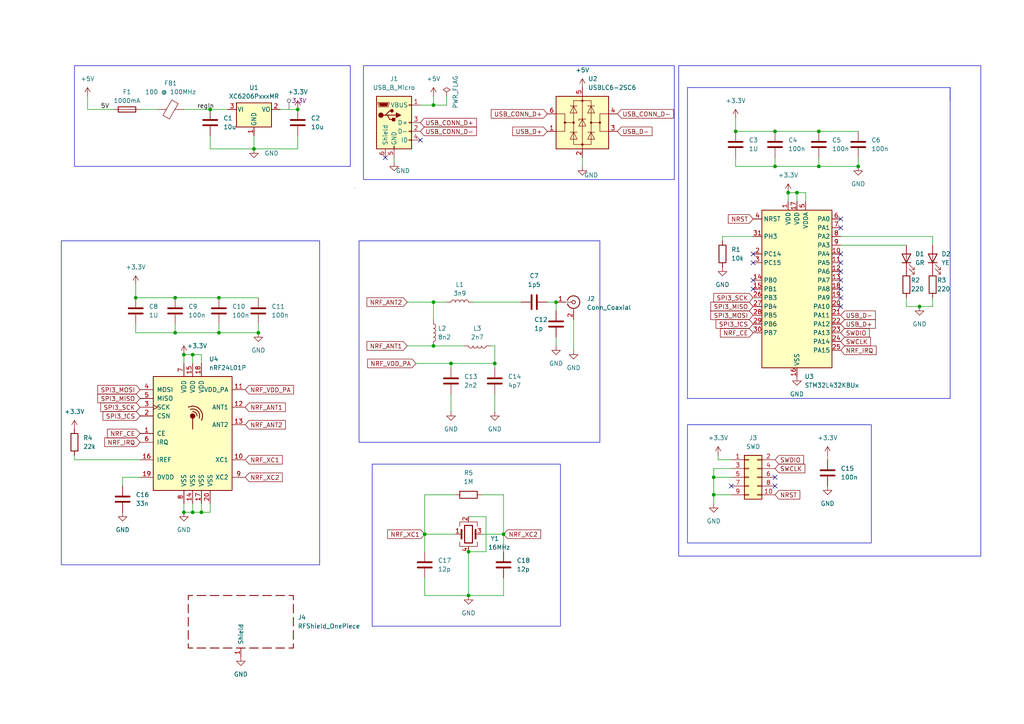
<source format=kicad_sch>
(kicad_sch (version 20230121) (generator eeschema)
  (paper "A4")
  (title_block (title "USB RF Logger") (date "2023-08-11") (rev "2.0") (company "Tam Anderson"))
  (lib_symbols
    (symbol "Connector:Conn_Coaxial" (pin_names (offset 1.016) hide)
      (property "Reference" "J" (at 0.254 3.048 0))
      (property "Value" "Conn_Coaxial" (at 2.921 0 90))
      (symbol "Conn_Coaxial_0_1"
        (arc (start -1.778 -0.508) (mid 0.2311 -1.8066) (end 1.778 0) (stroke (width 0.254)))
        (polyline (pts (xy -2.54 0) (xy -0.508 0)))
        (polyline (pts (xy 0 -2.54) (xy 0 -1.778)))
        (circle (center 0 0) (radius 0.508) (stroke (width 0.2032)))
        (arc (start 1.778 0) (mid 0.2099 1.8101) (end -1.778 0.508) (stroke (width 0.254)))
      )
      (symbol "Conn_Coaxial_1_1"
        (pin passive line (at -5.08 0 0) (length 2.54) (name "In") (number "1"))
        (pin passive line (at 0 -5.08 90) (length 2.54) (name "Ext") (number "2"))
      )
    )
    (symbol "Connector:USB_B_Micro" (pin_names (offset 1.016))
      (property "Reference" "J" (at -5.08 11.43 0))
      (property "Value" "USB_B_Micro" (at -5.08 8.89 0))
      (symbol "USB_B_Micro_0_1"
        (rectangle (start -5.08 -7.62) (end 5.08 7.62) (stroke (width 0.254)) (fill (type background)))
        (circle (center -3.81 2.159) (radius 0.635) (stroke (width 0.254)) (fill (type outline)))
        (circle (center -0.635 3.429) (radius 0.381) (stroke (width 0.254)) (fill (type outline)))
        (rectangle (start -0.127 -7.62) (end 0.127 -6.858))
        (polyline (pts (xy -1.905 2.159) (xy 0.635 2.159)) (stroke (width 0.254)))
        (polyline (pts (xy -3.175 2.159) (xy -2.54 2.159) (xy -1.27 3.429) (xy -0.635 3.429)) (stroke (width 0.254)))
        (polyline (pts (xy -2.54 2.159) (xy -1.905 2.159) (xy -1.27 0.889) (xy 0 0.889)) (stroke (width 0.254)))
        (polyline (pts (xy 0.635 2.794) (xy 0.635 1.524) (xy 1.905 2.159) (xy 0.635 2.794)) (stroke (width 0.254)) (fill (type outline)))
        (polyline (pts (xy -4.318 5.588) (xy -1.778 5.588) (xy -2.032 4.826) (xy -4.064 4.826) (xy -4.318 5.588)) (fill (type outline)))
        (polyline (pts (xy -4.699 5.842) (xy -4.699 5.588) (xy -4.445 4.826) (xy -4.445 4.572) (xy -1.651 4.572) (xy -1.651 4.826) (xy -1.397 5.588) (xy -1.397 5.842) (xy -4.699 5.842)))
        (rectangle (start 0.254 1.27) (end -0.508 0.508) (stroke (width 0.254)) (fill (type outline)))
        (rectangle (start 5.08 -5.207) (end 4.318 -4.953))
        (rectangle (start 5.08 -2.667) (end 4.318 -2.413))
        (rectangle (start 5.08 -0.127) (end 4.318 0.127))
        (rectangle (start 5.08 4.953) (end 4.318 5.207))
      )
      (symbol "USB_B_Micro_1_1"
        (pin power_out line (at 7.62 5.08 180) (length 2.54) (name "VBUS") (number "1"))
        (pin bidirectional line (at 7.62 -2.54 180) (length 2.54) (name "D-") (number "2"))
        (pin bidirectional line (at 7.62 0 180) (length 2.54) (name "D+") (number "3"))
        (pin passive line (at 7.62 -5.08 180) (length 2.54) (name "ID") (number "4"))
        (pin power_out line (at 0 -10.16 90) (length 2.54) (name "GND") (number "5"))
        (pin passive line (at -2.54 -10.16 90) (length 2.54) (name "Shield") (number "6"))
      )
    )
    (symbol "Connector_Generic:Conn_02x05_Odd_Even" (pin_names (offset 1.016) hide)
      (property "Reference" "J" (at 1.27 7.62 0))
      (property "Value" "Conn_02x05_Odd_Even" (at 1.27 -7.62 0))
      (symbol "Conn_02x05_Odd_Even_1_1"
        (rectangle (start -1.27 -4.953) (end 0 -5.207) (stroke (width 0.1524)))
        (rectangle (start -1.27 -2.413) (end 0 -2.667) (stroke (width 0.1524)))
        (rectangle (start -1.27 0.127) (end 0 -0.127) (stroke (width 0.1524)))
        (rectangle (start -1.27 2.667) (end 0 2.413) (stroke (width 0.1524)))
        (rectangle (start -1.27 5.207) (end 0 4.953) (stroke (width 0.1524)))
        (rectangle (start -1.27 6.35) (end 3.81 -6.35) (stroke (width 0.254)) (fill (type background)))
        (rectangle (start 3.81 -4.953) (end 2.54 -5.207) (stroke (width 0.1524)))
        (rectangle (start 3.81 -2.413) (end 2.54 -2.667) (stroke (width 0.1524)))
        (rectangle (start 3.81 0.127) (end 2.54 -0.127) (stroke (width 0.1524)))
        (rectangle (start 3.81 2.667) (end 2.54 2.413) (stroke (width 0.1524)))
        (rectangle (start 3.81 5.207) (end 2.54 4.953) (stroke (width 0.1524)))
        (pin passive line (at -5.08 5.08 0) (length 3.81) (name "Pin_1") (number "1"))
        (pin passive line (at 7.62 -5.08 180) (length 3.81) (name "Pin_10") (number "10"))
        (pin passive line (at 7.62 5.08 180) (length 3.81) (name "Pin_2") (number "2"))
        (pin passive line (at -5.08 2.54 0) (length 3.81) (name "Pin_3") (number "3"))
        (pin passive line (at 7.62 2.54 180) (length 3.81) (name "Pin_4") (number "4"))
        (pin passive line (at -5.08 0 0) (length 3.81) (name "Pin_5") (number "5"))
        (pin passive line (at 7.62 0 180) (length 3.81) (name "Pin_6") (number "6"))
        (pin passive line (at -5.08 -2.54 0) (length 3.81) (name "Pin_7") (number "7"))
        (pin passive line (at 7.62 -2.54 180) (length 3.81) (name "Pin_8") (number "8"))
        (pin passive line (at -5.08 -5.08 0) (length 3.81) (name "Pin_9") (number "9"))
      )
    )
    (symbol "Device:C" (pin_numbers hide) (pin_names (offset 0.254))
      (property "Reference" "C" (at 0.635 2.54 0))
      (property "Value" "C" (at 0.635 -2.54 0))
      (symbol "C_0_1"
        (polyline (pts (xy -2.032 -0.762) (xy 2.032 -0.762)) (stroke (width 0.508)))
        (polyline (pts (xy -2.032 0.762) (xy 2.032 0.762)) (stroke (width 0.508)))
      )
      (symbol "C_1_1"
        (pin passive line (at 0 3.81 270) (length 2.794) (name "~") (number "1"))
        (pin passive line (at 0 -3.81 90) (length 2.794) (name "~") (number "2"))
      )
    )
    (symbol "Device:Crystal_GND24" (pin_names (offset 1.016) hide)
      (property "Reference" "Y" (at 3.175 5.08 0))
      (property "Value" "Crystal_GND24" (at 3.175 3.175 0))
      (symbol "Crystal_GND24_0_1"
        (rectangle (start -1.143 2.54) (end 1.143 -2.54) (stroke (width 0.3048)))
        (polyline (pts (xy -2.54 0) (xy -2.032 0)))
        (polyline (pts (xy -2.032 -1.27) (xy -2.032 1.27)) (stroke (width 0.508)))
        (polyline (pts (xy 0 -3.81) (xy 0 -3.556)))
        (polyline (pts (xy 0 3.556) (xy 0 3.81)))
        (polyline (pts (xy 2.032 -1.27) (xy 2.032 1.27)) (stroke (width 0.508)))
        (polyline (pts (xy 2.032 0) (xy 2.54 0)))
        (polyline (pts (xy -2.54 -2.286) (xy -2.54 -3.556) (xy 2.54 -3.556) (xy 2.54 -2.286)))
        (polyline (pts (xy -2.54 2.286) (xy -2.54 3.556) (xy 2.54 3.556) (xy 2.54 2.286)))
      )
      (symbol "Crystal_GND24_1_1"
        (pin passive line (at -3.81 0 0) (length 1.27) (name "1") (number "1"))
        (pin passive line (at 0 5.08 270) (length 1.27) (name "2") (number "2"))
        (pin passive line (at 3.81 0 180) (length 1.27) (name "3") (number "3"))
        (pin passive line (at 0 -5.08 90) (length 1.27) (name "4") (number "4"))
      )
    )
    (symbol "Device:FerriteBead" (pin_numbers hide) (pin_names (offset 0))
      (property "Reference" "FB" (at -3.81 0.635 90))
      (property "Value" "FerriteBead" (at 3.81 0 90))
      (symbol "FerriteBead_0_1"
        (polyline (pts (xy 0 -1.27) (xy 0 -1.2192)))
        (polyline (pts (xy 0 1.27) (xy 0 1.2954)))
        (polyline (pts (xy -2.7686 0.4064) (xy -1.7018 2.2606) (xy 2.7686 -0.3048) (xy 1.6764 -2.159) (xy -2.7686 0.4064)))
      )
      (symbol "FerriteBead_1_1"
        (pin passive line (at 0 3.81 270) (length 2.54) (name "~") (number "1"))
        (pin passive line (at 0 -3.81 90) (length 2.54) (name "~") (number "2"))
      )
    )
    (symbol "Device:Fuse" (pin_numbers hide) (pin_names (offset 0))
      (property "Reference" "F" (at 2.032 0 90))
      (property "Value" "Fuse" (at -1.905 0 90))
      (symbol "Fuse_0_1"
        (rectangle (start -0.762 -2.54) (end 0.762 2.54) (stroke (width 0.254)))
        (polyline (pts (xy 0 2.54) (xy 0 -2.54)))
      )
      (symbol "Fuse_1_1"
        (pin passive line (at 0 3.81 270) (length 1.27) (name "~") (number "1"))
        (pin passive line (at 0 -3.81 90) (length 1.27) (name "~") (number "2"))
      )
    )
    (symbol "Device:L" (pin_numbers hide) (pin_names (offset 1.016) hide)
      (property "Reference" "L" (at -1.27 0 90))
      (property "Value" "L" (at 1.905 0 90))
      (symbol "L_0_1"
        (arc (start 0 -2.54) (mid 0.6323 -1.905) (end 0 -1.27))
        (arc (start 0 -1.27) (mid 0.6323 -0.635) (end 0 0))
        (arc (start 0 0) (mid 0.6323 0.635) (end 0 1.27))
        (arc (start 0 1.27) (mid 0.6323 1.905) (end 0 2.54))
      )
      (symbol "L_1_1"
        (pin passive line (at 0 3.81 270) (length 1.27) (name "1") (number "1"))
        (pin passive line (at 0 -3.81 90) (length 1.27) (name "2") (number "2"))
      )
    )
    (symbol "Device:LED" (pin_numbers hide) (pin_names (offset 1.016) hide)
      (property "Reference" "D" (at 0 2.54 0))
      (property "Value" "LED" (at 0 -2.54 0))
      (symbol "LED_0_1"
        (polyline (pts (xy -1.27 -1.27) (xy -1.27 1.27)) (stroke (width 0.254)))
        (polyline (pts (xy -1.27 0) (xy 1.27 0)))
        (polyline (pts (xy 1.27 -1.27) (xy 1.27 1.27) (xy -1.27 0) (xy 1.27 -1.27)) (stroke (width 0.254)))
        (polyline (pts (xy -3.048 -0.762) (xy -4.572 -2.286) (xy -3.81 -2.286) (xy -4.572 -2.286) (xy -4.572 -1.524)))
        (polyline (pts (xy -1.778 -0.762) (xy -3.302 -2.286) (xy -2.54 -2.286) (xy -3.302 -2.286) (xy -3.302 -1.524)))
      )
      (symbol "LED_1_1"
        (pin passive line (at -3.81 0 0) (length 2.54) (name "K") (number "1"))
        (pin passive line (at 3.81 0 180) (length 2.54) (name "A") (number "2"))
      )
    )
    (symbol "Device:R" (pin_numbers hide) (pin_names (offset 0))
      (property "Reference" "R" (at 2.032 0 90))
      (property "Value" "R" (at 0 0 90))
      (symbol "R_0_1"
        (rectangle (start -1.016 -2.54) (end 1.016 2.54) (stroke (width 0.254)))
      )
      (symbol "R_1_1"
        (pin passive line (at 0 3.81 270) (length 1.27) (name "~") (number "1"))
        (pin passive line (at 0 -3.81 90) (length 1.27) (name "~") (number "2"))
      )
    )
    (symbol "Device:RFShield_OnePiece" (pin_names (offset 1.016))
      (property "Reference" "J" (at 0 5.08 0))
      (property "Value" "RFShield_OnePiece" (at 0 2.54 0))
      (symbol "RFShield_OnePiece_0_1"
        (polyline (pts (xy -15.24 -5.08) (xy -15.24 -2.54)) (stroke (width 0.254)))
        (polyline (pts (xy -15.24 -1.27) (xy -15.24 1.27)) (stroke (width 0.254)))
        (polyline (pts (xy -15.24 2.54) (xy -15.24 5.08)) (stroke (width 0.254)))
        (polyline (pts (xy -12.7 7.62) (xy -10.16 7.62)) (stroke (width 0.254)))
        (polyline (pts (xy -10.16 -7.62) (xy -12.7 -7.62)) (stroke (width 0.254)))
        (polyline (pts (xy -6.35 -7.62) (xy -8.89 -7.62)) (stroke (width 0.254)))
        (polyline (pts (xy -6.35 7.62) (xy -8.89 7.62)) (stroke (width 0.254)))
        (polyline (pts (xy -2.54 -7.62) (xy -5.08 -7.62)) (stroke (width 0.254)))
        (polyline (pts (xy -2.54 7.62) (xy -5.08 7.62)) (stroke (width 0.254)))
        (polyline (pts (xy -1.27 -7.62) (xy 1.27 -7.62)) (stroke (width 0.254)))
        (polyline (pts (xy 1.27 7.62) (xy -1.27 7.62)) (stroke (width 0.254)))
        (polyline (pts (xy 2.54 -7.62) (xy 5.08 -7.62)) (stroke (width 0.254)))
        (polyline (pts (xy 5.08 7.62) (xy 2.54 7.62)) (stroke (width 0.254)))
        (polyline (pts (xy 6.35 -7.62) (xy 8.89 -7.62)) (stroke (width 0.254)))
        (polyline (pts (xy 8.89 7.62) (xy 6.35 7.62)) (stroke (width 0.254)))
        (polyline (pts (xy 10.16 -7.62) (xy 12.7 -7.62)) (stroke (width 0.254)))
        (polyline (pts (xy 12.7 7.62) (xy 10.16 7.62)) (stroke (width 0.254)))
        (polyline (pts (xy 15.24 -5.08) (xy 15.24 -2.54)) (stroke (width 0.254)))
        (polyline (pts (xy 15.24 -1.27) (xy 15.24 1.27)) (stroke (width 0.254)))
        (polyline (pts (xy 15.24 2.54) (xy 15.24 5.08)) (stroke (width 0.254)))
        (polyline (pts (xy -15.24 6.35) (xy -15.24 7.62) (xy -13.97 7.62)) (stroke (width 0.254)))
        (polyline (pts (xy -13.97 -7.62) (xy -15.24 -7.62) (xy -15.24 -6.35)) (stroke (width 0.254)))
        (polyline (pts (xy 13.97 -7.62) (xy 15.24 -7.62) (xy 15.24 -6.35)) (stroke (width 0.254)))
        (polyline (pts (xy 15.24 6.35) (xy 15.24 7.62) (xy 13.97 7.62)) (stroke (width 0.254)))
      )
      (symbol "RFShield_OnePiece_1_1"
        (pin passive line (at 0 -10.16 90) (length 2.54) (name "Shield") (number "1"))
      )
    )
    (symbol "MCU_ST_STM32L4:STM32L432KBUx"
      (property "Reference" "U" (at -10.16 24.13 0))
      (property "Value" "STM32L432KBUx" (at 5.08 24.13 0))
      (symbol "STM32L432KBUx_0_1"
        (rectangle (start -10.16 -22.86) (end 10.16 22.86) (stroke (width 0.254)) (fill (type background)))
      )
      (symbol "STM32L432KBUx_1_1"
        (pin power_in line (at -2.54 25.4 270) (length 2.54) (name "VDD") (number "1"))
        (pin bidirectional line (at 12.7 10.16 180) (length 2.54) (name "PA4") (number "10"))
        (pin bidirectional line (at 12.7 7.62 180) (length 2.54) (name "PA5") (number "11"))
        (pin bidirectional line (at 12.7 5.08 180) (length 2.54) (name "PA6") (number "12"))
        (pin bidirectional line (at 12.7 2.54 180) (length 2.54) (name "PA7") (number "13"))
        (pin bidirectional line (at -12.7 2.54 0) (length 2.54) (name "PB0") (number "14"))
        (pin bidirectional line (at -12.7 0 0) (length 2.54) (name "PB1") (number "15"))
        (pin power_in line (at 0 -25.4 90) (length 2.54) (name "VSS") (number "16"))
        (pin power_in line (at 0 25.4 270) (length 2.54) (name "VDD") (number "17"))
        (pin bidirectional line (at 12.7 0 180) (length 2.54) (name "PA8") (number "18"))
        (pin bidirectional line (at 12.7 -2.54 180) (length 2.54) (name "PA9") (number "19"))
        (pin bidirectional line (at -12.7 10.16 0) (length 2.54) (name "PC14") (number "2"))
        (pin bidirectional line (at 12.7 -5.08 180) (length 2.54) (name "PA10") (number "20"))
        (pin bidirectional line (at 12.7 -7.62 180) (length 2.54) (name "PA11") (number "21"))
        (pin bidirectional line (at 12.7 -10.16 180) (length 2.54) (name "PA12") (number "22"))
        (pin bidirectional line (at 12.7 -12.7 180) (length 2.54) (name "PA13") (number "23"))
        (pin bidirectional line (at 12.7 -15.24 180) (length 2.54) (name "PA14") (number "24"))
        (pin bidirectional line (at 12.7 -17.78 180) (length 2.54) (name "PA15") (number "25"))
        (pin bidirectional line (at -12.7 -2.54 0) (length 2.54) (name "PB3") (number "26"))
        (pin bidirectional line (at -12.7 -5.08 0) (length 2.54) (name "PB4") (number "27"))
        (pin bidirectional line (at -12.7 -7.62 0) (length 2.54) (name "PB5") (number "28"))
        (pin bidirectional line (at -12.7 -10.16 0) (length 2.54) (name "PB6") (number "29"))
        (pin bidirectional line (at -12.7 7.62 0) (length 2.54) (name "PC15") (number "3"))
        (pin bidirectional line (at -12.7 -12.7 0) (length 2.54) (name "PB7") (number "30"))
        (pin bidirectional line (at -12.7 15.24 0) (length 2.54) (name "PH3") (number "31"))
        (pin passive line (at 0 -25.4 90) (length 2.54) hide (name "VSS") (number "32"))
        (pin passive line (at 0 -25.4 90) (length 2.54) hide (name "VSS") (number "33"))
        (pin input line (at -12.7 20.32 0) (length 2.54) (name "NRST") (number "4"))
        (pin power_in line (at 2.54 25.4 270) (length 2.54) (name "VDDA") (number "5"))
        (pin bidirectional line (at 12.7 20.32 180) (length 2.54) (name "PA0") (number "6"))
        (pin bidirectional line (at 12.7 17.78 180) (length 2.54) (name "PA1") (number "7"))
        (pin bidirectional line (at 12.7 15.24 180) (length 2.54) (name "PA2") (number "8"))
        (pin bidirectional line (at 12.7 12.7 180) (length 2.54) (name "PA3") (number "9"))
      )
    )
    (symbol "Power_Protection:USBLC6-2SC6" (pin_names hide)
      (property "Reference" "U" (at 2.54 8.89 0))
      (property "Value" "USBLC6-2SC6" (at 2.54 -8.89 0))
      (symbol "USBLC6-2SC6_0_1"
        (rectangle (start -7.62 -7.62) (end 7.62 7.62) (stroke (width 0.254)) (fill (type background)))
        (circle (center -5.08 0) (radius 0.254) (fill (type outline)))
        (circle (center -2.54 0) (radius 0.254) (fill (type outline)))
        (rectangle (start -2.54 6.35) (end 2.54 -6.35))
        (circle (center 0 -6.35) (radius 0.254) (fill (type outline)))
        (polyline (pts (xy -5.08 -2.54) (xy -7.62 -2.54)))
        (polyline (pts (xy -5.08 0) (xy -5.08 -2.54)))
        (polyline (pts (xy -5.08 2.54) (xy -7.62 2.54)))
        (polyline (pts (xy -1.524 -2.794) (xy -3.556 -2.794)))
        (polyline (pts (xy -1.524 4.826) (xy -3.556 4.826)))
        (polyline (pts (xy 0 -7.62) (xy 0 -6.35)))
        (polyline (pts (xy 0 -6.35) (xy 0 1.27)))
        (polyline (pts (xy 0 1.27) (xy 0 6.35)))
        (polyline (pts (xy 0 6.35) (xy 0 7.62)))
        (polyline (pts (xy 1.524 -2.794) (xy 3.556 -2.794)))
        (polyline (pts (xy 1.524 4.826) (xy 3.556 4.826)))
        (polyline (pts (xy 5.08 -2.54) (xy 7.62 -2.54)))
        (polyline (pts (xy 5.08 0) (xy 5.08 -2.54)))
        (polyline (pts (xy 5.08 2.54) (xy 7.62 2.54)))
        (polyline (pts (xy -2.54 0) (xy -5.08 0) (xy -5.08 2.54)))
        (polyline (pts (xy 2.54 0) (xy 5.08 0) (xy 5.08 2.54)))
        (polyline (pts (xy -3.556 -4.826) (xy -1.524 -4.826) (xy -2.54 -2.794) (xy -3.556 -4.826)))
        (polyline (pts (xy -3.556 2.794) (xy -1.524 2.794) (xy -2.54 4.826) (xy -3.556 2.794)))
        (polyline (pts (xy -1.016 -1.016) (xy 1.016 -1.016) (xy 0 1.016) (xy -1.016 -1.016)))
        (polyline (pts (xy 1.016 1.016) (xy 0.762 1.016) (xy -1.016 1.016) (xy -1.016 0.508)))
        (polyline (pts (xy 3.556 -4.826) (xy 1.524 -4.826) (xy 2.54 -2.794) (xy 3.556 -4.826)))
        (polyline (pts (xy 3.556 2.794) (xy 1.524 2.794) (xy 2.54 4.826) (xy 3.556 2.794)))
        (circle (center 0 6.35) (radius 0.254) (fill (type outline)))
        (circle (center 2.54 0) (radius 0.254) (fill (type outline)))
        (circle (center 5.08 0) (radius 0.254) (fill (type outline)))
      )
      (symbol "USBLC6-2SC6_1_1"
        (pin passive line (at -10.16 -2.54 0) (length 2.54) (name "I/O1") (number "1"))
        (pin passive line (at 0 -10.16 90) (length 2.54) (name "GND") (number "2"))
        (pin passive line (at 10.16 -2.54 180) (length 2.54) (name "I/O2") (number "3"))
        (pin passive line (at 10.16 2.54 180) (length 2.54) (name "I/O2") (number "4"))
        (pin passive line (at 0 10.16 270) (length 2.54) (name "VBUS") (number "5"))
        (pin passive line (at -10.16 2.54 0) (length 2.54) (name "I/O1") (number "6"))
      )
    )
    (symbol "RF:nRF24L01P" (pin_names (offset 1.016))
      (property "Reference" "U" (at -11.43 17.78 0))
      (property "Value" "nRF24L01P" (at 5.08 17.78 0))
      (symbol "nRF24L01P_0_1"
        (rectangle (start -11.43 16.51) (end 11.43 -16.51) (stroke (width 0.254)) (fill (type background)))
        (polyline (pts (xy 0 4.445) (xy 0 1.27)) (stroke (width 0.254)))
        (circle (center 0 5.08) (radius 0.635) (stroke (width 0.254)) (fill (type outline)))
        (arc (start 1.27 5.08) (mid 0.9071 5.9946) (end 0 6.35) (stroke (width 0.254)))
        (arc (start 1.905 4.445) (mid 1.4313 6.5254) (end -0.635 6.985) (stroke (width 0.254)))
        (arc (start 2.54 3.81) (mid 2.008 7.088) (end -1.27 7.62) (stroke (width 0.254)))
        (rectangle (start 11.43 -13.97) (end 11.43 -13.97))
      )
      (symbol "nRF24L01P_1_1"
        (pin input line (at -15.24 0 0) (length 3.81) (name "CE") (number "1"))
        (pin passive line (at 15.24 -7.62 180) (length 3.81) (name "XC1") (number "10"))
        (pin power_out line (at 15.24 12.7 180) (length 3.81) (name "VDD_PA") (number "11"))
        (pin passive line (at 15.24 7.62 180) (length 3.81) (name "ANT1") (number "12"))
        (pin passive line (at 15.24 2.54 180) (length 3.81) (name "ANT2") (number "13"))
        (pin power_in line (at 0 -20.32 90) (length 3.81) (name "VSS") (number "14"))
        (pin power_in line (at 0 20.32 270) (length 3.81) (name "VDD") (number "15"))
        (pin passive line (at -15.24 -7.62 0) (length 3.81) (name "IREF") (number "16"))
        (pin power_in line (at 2.54 -20.32 90) (length 3.81) (name "VSS") (number "17"))
        (pin power_in line (at 2.54 20.32 270) (length 3.81) (name "VDD") (number "18"))
        (pin power_out line (at -15.24 -12.7 0) (length 3.81) (name "DVDD") (number "19"))
        (pin input line (at -15.24 5.08 0) (length 3.81) (name "CSN") (number "2"))
        (pin power_in line (at 5.08 -20.32 90) (length 3.81) (name "VSS") (number "20"))
        (pin input clock (at -15.24 7.62 0) (length 3.81) (name "SCK") (number "3"))
        (pin input line (at -15.24 12.7 0) (length 3.81) (name "MOSI") (number "4"))
        (pin output line (at -15.24 10.16 0) (length 3.81) (name "MISO") (number "5"))
        (pin output line (at -15.24 -2.54 0) (length 3.81) (name "IRQ") (number "6"))
        (pin power_in line (at -2.54 20.32 270) (length 3.81) (name "VDD") (number "7"))
        (pin power_in line (at -2.54 -20.32 90) (length 3.81) (name "VSS") (number "8"))
        (pin passive line (at 15.24 -12.7 180) (length 3.81) (name "XC2") (number "9"))
      )
    )
    (symbol "Regulator_Linear:XC6206PxxxMR" (pin_names (offset 0.254))
      (property "Reference" "U" (at -3.81 3.175 0))
      (property "Value" "XC6206PxxxMR" (at 0 3.175 0))
      (symbol "XC6206PxxxMR_0_1"
        (rectangle (start -5.08 1.905) (end 5.08 -5.08) (stroke (width 0.254)) (fill (type background)))
      )
      (symbol "XC6206PxxxMR_1_1"
        (pin power_in line (at 0 -7.62 90) (length 2.54) (name "GND") (number "1"))
        (pin power_out line (at 7.62 0 180) (length 2.54) (name "VO") (number "2"))
        (pin power_in line (at -7.62 0 0) (length 2.54) (name "VI") (number "3"))
      )
    )
    (symbol "power:+3.3V" (power) (pin_names (offset 0))
      (property "Value" "+3.3V" (at 0 3.556 0))
      (symbol "+3.3V_0_1"
        (polyline (pts (xy -0.762 1.27) (xy 0 2.54)))
        (polyline (pts (xy 0 0) (xy 0 2.54)))
        (polyline (pts (xy 0 2.54) (xy 0.762 1.27)))
      )
      (symbol "+3.3V_1_1"
        (pin power_in line (at 0 0 90) (length 0) hide (name "+3.3V") (number "1"))
      )
    )
    (symbol "power:+5V" (power) (pin_names (offset 0))
      (property "Value" "+5V" (at 0 3.556 0))
      (symbol "+5V_0_1"
        (polyline (pts (xy -0.762 1.27) (xy 0 2.54)))
        (polyline (pts (xy 0 0) (xy 0 2.54)))
        (polyline (pts (xy 0 2.54) (xy 0.762 1.27)))
      )
      (symbol "+5V_1_1"
        (pin power_in line (at 0 0 90) (length 0) hide (name "+5V") (number "1"))
      )
    )
    (symbol "power:GND" (power) (pin_names (offset 0))
      (property "Value" "GND" (at 0 -3.81 0))
      (symbol "GND_0_1"
        (polyline (pts (xy 0 0) (xy 0 -1.27) (xy 1.27 -1.27) (xy 0 -2.54) (xy -1.27 -1.27) (xy 0 -1.27)))
      )
      (symbol "GND_1_1"
        (pin power_in line (at 0 0 270) (length 0) hide (name "GND") (number "1"))
      )
    )
    (symbol "power:PWR_FLAG" (power) (pin_numbers hide) (pin_names (offset 0) hide)
      (property "Value" "PWR_FLAG" (at 0 3.81 0))
      (symbol "PWR_FLAG_0_0"
        (pin power_out line (at 0 0 90) (length 0) (name "pwr") (number "1"))
      )
      (symbol "PWR_FLAG_0_1"
        (polyline (pts (xy 0 0) (xy 0 1.27) (xy -1.016 1.905) (xy 0 2.54) (xy 1.016 1.905) (xy 0 1.27)))
      )
    )
  )
  (junction (at 125.73 87.63))
  (junction (at 146.05 154.94))
  (junction (at 228.6 55.88))
  (junction (at 74.93 96.52))
  (junction (at 130.81 105.41))
  (junction (at 231.14 55.88))
  (junction (at 125.73 30.48))
  (junction (at 50.8 86.36))
  (junction (at 237.49 38.1))
  (junction (at 86.36 31.75))
  (junction (at 73.66 43.18))
  (junction (at 123.19 154.94))
  (junction (at 53.34 148.59))
  (junction (at 125.73 100.33))
  (junction (at 135.89 172.72))
  (junction (at 266.7 88.9))
  (junction (at 248.92 48.26))
  (junction (at 213.36 38.1))
  (junction (at 55.88 148.59))
  (junction (at 53.34 102.87))
  (junction (at 58.42 148.59))
  (junction (at 63.5 96.52))
  (junction (at 224.79 38.1))
  (junction (at 237.49 48.26))
  (junction (at 63.5 86.36))
  (junction (at 224.79 48.26))
  (junction (at 207.01 138.43))
  (junction (at 207.01 143.51))
  (junction (at 135.89 160.02))
  (junction (at 60.96 31.75))
  (junction (at 161.29 87.63))
  (junction (at 50.8 96.52))
  (junction (at 55.88 102.87))
  (junction (at 143.51 105.41))
  (junction (at 39.37 86.36))
  (no_connect (at 243.84 66.04))
  (no_connect (at 218.44 81.28))
  (no_connect (at 243.84 88.9))
  (no_connect (at 121.92 40.64))
  (no_connect (at 224.79 140.97))
  (no_connect (at 243.84 78.74))
  (no_connect (at 243.84 81.28))
  (no_connect (at 243.84 63.5))
  (no_connect (at 243.84 76.2))
  (no_connect (at 224.79 138.43))
  (no_connect (at 111.76 45.72))
  (no_connect (at 243.84 86.36))
  (no_connect (at 218.44 83.82))
  (no_connect (at 212.09 140.97))
  (no_connect (at 243.84 83.82))
  (no_connect (at 243.84 73.66))
  (no_connect (at 218.44 73.66))
  (no_connect (at 218.44 76.2))
  (wire (pts (xy 40.64 31.75) (xy 45.72 31.75)))
  (wire (pts (xy 39.37 96.52) (xy 39.37 93.98)))
  (wire (pts (xy 39.37 86.36) (xy 50.8 86.36)))
  (wire (pts (xy 161.29 100.33) (xy 161.29 97.79)))
  (wire (pts (xy 146.05 143.51) (xy 146.05 154.94)))
  (wire (pts (xy 53.34 148.59) (xy 55.88 148.59)))
  (polyline (pts (xy 275.59 115.57) (xy 199.39 115.57)))
  (wire (pts (xy 58.42 148.59) (xy 60.96 148.59)))
  (wire (pts (xy 123.19 167.64) (xy 123.19 172.72)))
  (wire (pts (xy 25.4 27.94) (xy 25.4 31.75)))
  (wire (pts (xy 53.34 146.05) (xy 53.34 148.59)))
  (wire (pts (xy 166.37 92.71) (xy 166.37 101.6)))
  (wire (pts (xy 161.29 87.63) (xy 158.75 87.63)))
  (polyline (pts (xy 275.59 25.4) (xy 275.59 115.57)))
  (wire (pts (xy 237.49 38.1) (xy 248.92 38.1)))
  (wire (pts (xy 53.34 102.87) (xy 55.88 102.87)))
  (wire (pts (xy 60.96 148.59) (xy 60.96 146.05)))
  (wire (pts (xy 53.34 31.75) (xy 60.96 31.75)))
  (polyline (pts (xy 101.6 19.05) (xy 101.6 48.26)))
  (wire (pts (xy 240.03 132.08) (xy 240.03 133.35)))
  (wire (pts (xy 125.73 87.63) (xy 125.73 92.71)))
  (wire (pts (xy 123.19 172.72) (xy 135.89 172.72)))
  (wire (pts (xy 231.14 55.88) (xy 233.68 55.88)))
  (wire (pts (xy 228.6 55.88) (xy 231.14 55.88)))
  (wire (pts (xy 63.5 86.36) (xy 74.93 86.36)))
  (polyline (pts (xy 275.59 25.4) (xy 275.59 29.21)))
  (wire (pts (xy 207.01 138.43) (xy 207.01 143.51)))
  (polyline (pts (xy 101.6 48.26) (xy 21.59 48.26)))
  (wire (pts (xy 209.55 68.58) (xy 218.44 68.58)))
  (wire (pts (xy 143.51 114.3) (xy 143.51 119.38)))
  (wire (pts (xy 224.79 38.1) (xy 237.49 38.1)))
  (wire (pts (xy 86.36 31.75) (xy 81.28 31.75)))
  (wire (pts (xy 168.91 45.72) (xy 168.91 48.26)))
  (wire (pts (xy 123.19 154.94) (xy 123.19 160.02)))
  (wire (pts (xy 135.89 160.02) (xy 135.89 172.72)))
  (wire (pts (xy 266.7 88.9) (xy 270.51 88.9)))
  (wire (pts (xy 212.09 135.89) (xy 207.01 135.89)))
  (wire (pts (xy 129.54 87.63) (xy 125.73 87.63)))
  (wire (pts (xy 146.05 172.72) (xy 135.89 172.72)))
  (wire (pts (xy 130.81 105.41) (xy 143.51 105.41)))
  (wire (pts (xy 139.7 154.94) (xy 146.05 154.94)))
  (wire (pts (xy 233.68 55.88) (xy 233.68 58.42)))
  (wire (pts (xy 74.93 96.52) (xy 63.5 96.52)))
  (wire (pts (xy 161.29 90.17) (xy 161.29 87.63)))
  (wire (pts (xy 140.97 149.86) (xy 140.97 160.02)))
  (wire (pts (xy 60.96 31.75) (xy 66.04 31.75)))
  (wire (pts (xy 132.08 154.94) (xy 123.19 154.94)))
  (wire (pts (xy 55.88 102.87) (xy 55.88 105.41)))
  (wire (pts (xy 146.05 167.64) (xy 146.05 172.72)))
  (wire (pts (xy 73.66 43.18) (xy 73.66 39.37)))
  (wire (pts (xy 213.36 48.26) (xy 213.36 45.72)))
  (wire (pts (xy 231.14 55.88) (xy 231.14 58.42)))
  (wire (pts (xy 237.49 45.72) (xy 237.49 48.26)))
  (wire (pts (xy 35.56 138.43) (xy 35.56 140.97)))
  (wire (pts (xy 123.19 143.51) (xy 123.19 154.94)))
  (wire (pts (xy 120.65 105.41) (xy 130.81 105.41)))
  (wire (pts (xy 55.88 146.05) (xy 55.88 148.59)))
  (wire (pts (xy 118.11 100.33) (xy 125.73 100.33)))
  (wire (pts (xy 228.6 55.88) (xy 228.6 58.42)))
  (wire (pts (xy 237.49 48.26) (xy 224.79 48.26)))
  (wire (pts (xy 243.84 68.58) (xy 270.51 68.58)))
  (wire (pts (xy 143.51 100.33) (xy 143.51 105.41)))
  (wire (pts (xy 21.59 132.08) (xy 21.59 133.35)))
  (wire (pts (xy 55.88 102.87) (xy 58.42 102.87)))
  (polyline (pts (xy 200.66 25.4) (xy 275.59 25.4)))
  (wire (pts (xy 213.36 38.1) (xy 224.79 38.1)))
  (wire (pts (xy 86.36 39.37) (xy 86.36 43.18)))
  (wire (pts (xy 25.4 31.75) (xy 33.02 31.75)))
  (wire (pts (xy 50.8 93.98) (xy 50.8 96.52)))
  (wire (pts (xy 262.89 86.36) (xy 262.89 88.9)))
  (wire (pts (xy 60.96 39.37) (xy 60.96 43.18)))
  (wire (pts (xy 146.05 154.94) (xy 146.05 160.02)))
  (wire (pts (xy 39.37 82.55) (xy 39.37 86.36)))
  (wire (pts (xy 53.34 102.87) (xy 53.34 105.41)))
  (wire (pts (xy 55.88 148.59) (xy 58.42 148.59)))
  (wire (pts (xy 129.54 30.48) (xy 125.73 30.48)))
  (wire (pts (xy 243.84 71.12) (xy 262.89 71.12)))
  (polyline (pts (xy 21.59 19.05) (xy 21.59 48.26)))
  (wire (pts (xy 114.3 45.72) (xy 114.3 46.99)))
  (polyline (pts (xy 199.39 115.57) (xy 199.39 25.4)))
  (wire (pts (xy 50.8 86.36) (xy 63.5 86.36)))
  (wire (pts (xy 74.93 93.98) (xy 74.93 96.52)))
  (wire (pts (xy 270.51 88.9) (xy 270.51 86.36)))
  (wire (pts (xy 224.79 48.26) (xy 213.36 48.26)))
  (wire (pts (xy 50.8 96.52) (xy 39.37 96.52)))
  (wire (pts (xy 63.5 93.98) (xy 63.5 96.52)))
  (wire (pts (xy 86.36 43.18) (xy 73.66 43.18)))
  (wire (pts (xy 248.92 48.26) (xy 237.49 48.26)))
  (wire (pts (xy 139.7 143.51) (xy 146.05 143.51)))
  (wire (pts (xy 58.42 146.05) (xy 58.42 148.59)))
  (wire (pts (xy 208.28 132.08) (xy 208.28 133.35)))
  (wire (pts (xy 135.89 149.86) (xy 140.97 149.86)))
  (wire (pts (xy 118.11 87.63) (xy 125.73 87.63)))
  (wire (pts (xy 130.81 114.3) (xy 130.81 119.38)))
  (wire (pts (xy 208.28 133.35) (xy 212.09 133.35)))
  (wire (pts (xy 224.79 45.72) (xy 224.79 48.26)))
  (wire (pts (xy 125.73 30.48) (xy 121.92 30.48)))
  (wire (pts (xy 40.64 138.43) (xy 35.56 138.43)))
  (wire (pts (xy 125.73 100.33) (xy 134.62 100.33)))
  (wire (pts (xy 207.01 138.43) (xy 212.09 138.43)))
  (wire (pts (xy 207.01 143.51) (xy 207.01 146.05)))
  (polyline (pts (xy 199.39 25.4) (xy 200.66 25.4)))
  (polyline (pts (xy 21.59 19.05) (xy 101.6 19.05)))
  (wire (pts (xy 63.5 96.52) (xy 50.8 96.52)))
  (wire (pts (xy 129.54 27.94) (xy 129.54 30.48)))
  (wire (pts (xy 140.97 160.02) (xy 135.89 160.02)))
  (wire (pts (xy 270.51 68.58) (xy 270.51 71.12)))
  (wire (pts (xy 132.08 143.51) (xy 123.19 143.51)))
  (wire (pts (xy 137.16 87.63) (xy 151.13 87.63)))
  (wire (pts (xy 130.81 106.68) (xy 130.81 105.41)))
  (wire (pts (xy 21.59 133.35) (xy 40.64 133.35)))
  (wire (pts (xy 248.92 45.72) (xy 248.92 48.26)))
  (wire (pts (xy 58.42 102.87) (xy 58.42 105.41)))
  (wire (pts (xy 207.01 135.89) (xy 207.01 138.43)))
  (wire (pts (xy 143.51 105.41) (xy 143.51 106.68)))
  (wire (pts (xy 213.36 34.29) (xy 213.36 38.1)))
  (wire (pts (xy 142.24 100.33) (xy 143.51 100.33)))
  (wire (pts (xy 207.01 143.51) (xy 212.09 143.51)))
  (wire (pts (xy 266.7 88.9) (xy 262.89 88.9)))
  (wire (pts (xy 125.73 27.94) (xy 125.73 30.48)))
  (wire (pts (xy 209.55 69.85) (xy 209.55 68.58)))
  (wire (pts (xy 60.96 43.18) (xy 73.66 43.18)))
  (rectangle (start 107.95 134.62) (end 162.56 181.61))
  (rectangle (start 104.14 69.85) (end 173.99 128.27))
  (rectangle (start 102.87 54.61) (end 102.87 54.61))
  (rectangle (start 17.78 69.85) (end 92.71 163.83))
  (rectangle (start 105.41 19.05) (end 195.58 52.07))
  (rectangle (start 199.39 123.19) (end 252.73 157.48))
  (rectangle (start 196.85 19.05) (end 284.48 161.29))
  (label "5V" (at 29.21 31.75 0))
  (label "regIn" (at 57.15 31.75 0))
  (global_label "NRF_XC2" (shape input) (at 71.12 138.43 0) (property "Intersheetrefs" "${INTERSHEET_REFS}" (effects hide)))
  (global_label "NRST" (shape input) (at 218.44 63.5 180) (property "Intersheetrefs" "${INTERSHEET_REFS}" (effects hide)))
  (global_label "USB_D+" (shape input) (at 158.75 38.1 180) (property "Intersheetrefs" "${INTERSHEET_REFS}" (effects hide)))
  (global_label "NRF_XC1" (shape input) (at 123.19 154.94 180) (property "Intersheetrefs" "${INTERSHEET_REFS}" (effects hide)))
  (global_label "NRF_ANT1" (shape input) (at 118.11 100.33 180) (property "Intersheetrefs" "${INTERSHEET_REFS}" (effects hide)))
  (global_label "SWDIO" (shape input) (at 224.79 133.35 0) (property "Intersheetrefs" "${INTERSHEET_REFS}" (effects hide)))
  (global_label "SPI3_MISO" (shape input) (at 218.44 88.9 180) (property "Intersheetrefs" "${INTERSHEET_REFS}" (effects hide)))
  (global_label "SWCLK" (shape input) (at 243.84 99.06 0) (property "Intersheetrefs" "${INTERSHEET_REFS}" (effects hide)))
  (global_label "USB_D-" (shape input) (at 243.84 91.44 0) (property "Intersheetrefs" "${INTERSHEET_REFS}" (effects hide)))
  (global_label "SPI3_MISO" (shape input) (at 40.64 115.57 180) (property "Intersheetrefs" "${INTERSHEET_REFS}" (effects hide)))
  (global_label "USB_D+" (shape input) (at 243.84 93.98 0) (property "Intersheetrefs" "${INTERSHEET_REFS}" (effects hide)))
  (global_label "NRF_VDD_PA" (shape input) (at 71.12 113.03 0) (property "Intersheetrefs" "${INTERSHEET_REFS}" (effects hide)))
  (global_label "NRF_IRQ" (shape input) (at 40.64 128.27 180) (property "Intersheetrefs" "${INTERSHEET_REFS}" (effects hide)))
  (global_label "NRF_CE" (shape input) (at 40.64 125.73 180) (property "Intersheetrefs" "${INTERSHEET_REFS}" (effects hide)))
  (global_label "SWCLK" (shape input) (at 224.79 135.89 0) (property "Intersheetrefs" "${INTERSHEET_REFS}" (effects hide)))
  (global_label "NRF_IRQ" (shape input) (at 243.84 101.6 0) (property "Intersheetrefs" "${INTERSHEET_REFS}" (effects hide)))
  (global_label "USB_CONN_D+" (shape input) (at 158.75 33.02 180) (property "Intersheetrefs" "${INTERSHEET_REFS}" (effects hide)))
  (global_label "NRF_XC2" (shape input) (at 146.05 154.94 0) (property "Intersheetrefs" "${INTERSHEET_REFS}" (effects hide)))
  (global_label "USB_CONN_D+" (shape input) (at 121.92 35.56 0) (property "Intersheetrefs" "${INTERSHEET_REFS}" (effects hide)))
  (global_label "NRF_VDD_PA" (shape input) (at 120.65 105.41 180) (property "Intersheetrefs" "${INTERSHEET_REFS}" (effects hide)))
  (global_label "SPI3_MOSI" (shape input) (at 40.64 113.03 180) (property "Intersheetrefs" "${INTERSHEET_REFS}" (effects hide)))
  (global_label "SPI3_!CS" (shape input) (at 218.44 93.98 180) (property "Intersheetrefs" "${INTERSHEET_REFS}" (effects hide)))
  (global_label "NRF_ANT2" (shape input) (at 71.12 123.19 0) (property "Intersheetrefs" "${INTERSHEET_REFS}" (effects hide)))
  (global_label "SWDIO" (shape input) (at 243.84 96.52 0) (property "Intersheetrefs" "${INTERSHEET_REFS}" (effects hide)))
  (global_label "NRF_CE" (shape input) (at 218.44 96.52 180) (property "Intersheetrefs" "${INTERSHEET_REFS}" (effects hide)))
  (global_label "SPI3_SCK" (shape input) (at 40.64 118.11 180) (property "Intersheetrefs" "${INTERSHEET_REFS}" (effects hide)))
  (global_label "USB_CONN_D-" (shape input) (at 121.92 38.1 0) (property "Intersheetrefs" "${INTERSHEET_REFS}" (effects hide)))
  (global_label "SPI3_!CS" (shape input) (at 40.64 120.65 180) (property "Intersheetrefs" "${INTERSHEET_REFS}" (effects hide)))
  (global_label "NRF_ANT2" (shape input) (at 118.11 87.63 180) (property "Intersheetrefs" "${INTERSHEET_REFS}" (effects hide)))
  (global_label "NRF_XC1" (shape input) (at 71.12 133.35 0) (property "Intersheetrefs" "${INTERSHEET_REFS}" (effects hide)))
  (global_label "SPI3_SCK" (shape input) (at 218.44 86.36 180) (property "Intersheetrefs" "${INTERSHEET_REFS}" (effects hide)))
  (global_label "USB_D-" (shape input) (at 179.07 38.1 0) (property "Intersheetrefs" "${INTERSHEET_REFS}" (effects hide)))
  (global_label "SPI3_MOSI" (shape input) (at 218.44 91.44 180) (property "Intersheetrefs" "${INTERSHEET_REFS}" (effects hide)))
  (global_label "NRF_ANT1" (shape input) (at 71.12 118.11 0) (property "Intersheetrefs" "${INTERSHEET_REFS}" (effects hide)))
  (global_label "NRST" (shape input) (at 224.79 143.51 0) (property "Intersheetrefs" "${INTERSHEET_REFS}" (effects hide)))
  (global_label "USB_CONN_D-" (shape input) (at 179.07 33.02 0) (property "Intersheetrefs" "${INTERSHEET_REFS}" (effects hide)))
  (netclass_flag "" (length 2.54) (shape round) (at 83.82 31.75 0) (property "Netclass" "3.3V" (at 84.5185 29.21 0) (effects (font italic) (justify left))))
  (symbol (lib_id "power:GND") (at 266.7 88.9 0) (unit 1)
    (property "Reference" "#PWR013" (effects hide))
    (property "Value" "GND" (at 266.7 93.98 0))
  )
  (symbol (lib_id "RF:nRF24L01P") (at 55.88 125.73 0) (unit 1)
    (property "Reference" "U4" (at 60.6141 104.14 0) (effects (justify left)))
    (property "Value" "nRF24L01P" (at 60.6141 106.68 0) (effects (justify left)))
    (property "Footprint" "Package_DFN_QFN:QFN-20-1EP_4x4mm_P0.5mm_EP2.5x2.5mm" (effects hide))
    (property "Datasheet" "http://www.nordicsemi.com/eng/content/download/2726/34069/file/nRF24L01P_Product_Specification_1_0.pdf" (effects hide))
  )
  (symbol (lib_id "Device:R") (at 21.59 128.27 0) (unit 1)
    (property "Reference" "R4" (at 24.13 127 0) (effects (justify left)))
    (property "Value" "22k" (at 24.13 129.54 0) (effects (justify left)))
    (property "Footprint" "Resistor_SMD:R_0603_1608Metric" (effects hide))
  )
  (symbol (lib_id "Device:LED") (at 270.51 74.93 90) (unit 1)
    (property "Reference" "D2" (at 273.05 73.66 90) (effects (justify right)))
    (property "Value" "YE" (at 273.05 76.2 90) (effects (justify right)))
    (property "Footprint" "LED_SMD:LED_0402_1005Metric" (effects hide))
  )
  (symbol (lib_id "Device:C") (at 86.36 35.56 0) (unit 1)
    (property "Reference" "C2" (at 90.17 34.29 0) (effects (justify left)))
    (property "Value" "10u" (at 90.17 36.83 0) (effects (justify left)))
    (property "Footprint" "Capacitor_SMD:C_0603_1608Metric_Pad1.08x0.95mm_HandSolder" (effects hide))
  )
  (symbol (lib_id "power:+3.3V") (at 39.37 82.55 0) (unit 1)
    (property "Reference" "#PWR012" (effects hide))
    (property "Value" "+3.3V" (at 39.37 77.47 0))
  )
  (symbol (lib_id "Device:C") (at 63.5 90.17 0) (unit 1)
    (property "Reference" "C10" (at 67.31 88.9 0) (effects (justify left)))
    (property "Value" "100n" (at 67.31 91.44 0) (effects (justify left)))
    (property "Footprint" "Capacitor_SMD:C_0402_1005Metric" (effects hide))
  )
  (symbol (lib_id "power:GND") (at 53.34 148.59 0) (unit 1)
    (property "Reference" "#PWR027" (effects hide))
    (property "Value" "GND" (at 53.34 153.67 0))
  )
  (symbol (lib_id "Device:Crystal_GND24") (at 135.89 154.94 0) (unit 1)
    (property "Reference" "Y1" (at 143.51 156.21 0))
    (property "Value" "16MHz" (at 144.78 158.75 0))
    (property "Footprint" "Crystal:Crystal_SMD_3225-4Pin_3.2x2.5mm" (effects hide))
  )
  (symbol (lib_id "power:+3.3V") (at 21.59 124.46 0) (unit 1)
    (property "Reference" "#PWR021" (effects hide))
    (property "Value" "+3.3V" (at 21.59 119.38 0))
  )
  (symbol (lib_id "Device:C") (at 240.03 137.16 0) (unit 1)
    (property "Reference" "C15" (at 243.84 135.89 0) (effects (justify left)))
    (property "Value" "100n" (at 243.84 138.43 0) (effects (justify left)))
    (property "Footprint" "Capacitor_SMD:C_0402_1005Metric" (effects hide))
  )
  (symbol (lib_id "power:+3.3V") (at 208.28 132.08 0) (unit 1)
    (property "Reference" "#PWR022" (effects hide))
    (property "Value" "+3.3V" (at 208.28 127 0))
  )
  (symbol (lib_id "power:+3.3V") (at 86.36 31.75 0) (unit 1)
    (property "Reference" "#PWR04" (effects hide))
    (property "Value" "+3.3V" (at 86.36 26.67 0))
  )
  (symbol (lib_id "Device:L") (at 133.35 87.63 90) (unit 1)
    (property "Reference" "L1" (at 133.35 82.55 90))
    (property "Value" "3n9" (at 133.35 85.09 90))
    (property "Footprint" "Inductor_SMD:L_0402_1005Metric" (effects hide))
  )
  (symbol (lib_id "Connector_Generic:Conn_02x05_Odd_Even") (at 217.17 138.43 0) (unit 1)
    (property "Reference" "J3" (at 218.44 127 0))
    (property "Value" "SWD" (at 218.44 129.54 0))
    (property "Footprint" "Connector_PinHeader_2.54mm:PinHeader_2x05_P2.54mm_Vertical" (effects hide))
  )
  (symbol (lib_id "Device:L") (at 138.43 100.33 270) (unit 1)
    (property "Reference" "L3" (at 138.43 95.25 90))
    (property "Value" "2n7" (at 138.43 97.79 90))
    (property "Footprint" "Inductor_SMD:L_0402_1005Metric" (effects hide))
  )
  (symbol (lib_id "Device:C") (at 213.36 41.91 0) (unit 1)
    (property "Reference" "C3" (at 217.17 40.64 0) (effects (justify left)))
    (property "Value" "1U" (at 217.17 43.18 0) (effects (justify left)))
    (property "Footprint" "Capacitor_SMD:C_0402_1005Metric" (effects hide))
  )
  (symbol (lib_id "Device:C") (at 60.96 35.56 0) (unit 1)
    (property "Reference" "C1" (at 64.77 34.29 0) (effects (justify left)))
    (property "Value" "10u" (at 64.77 36.83 0) (effects (justify left)))
    (property "Footprint" "Capacitor_SMD:C_0603_1608Metric_Pad1.08x0.95mm_HandSolder" (effects hide))
  )
  (symbol (lib_id "Device:C") (at 143.51 110.49 180) (unit 1)
    (property "Reference" "C14" (at 147.32 109.22 0) (effects (justify right)))
    (property "Value" "4p7" (at 147.32 111.76 0) (effects (justify right)))
    (property "Footprint" "Capacitor_SMD:C_0402_1005Metric" (effects hide))
  )
  (symbol (lib_id "power:+5V") (at 125.73 27.94 0) (unit 1)
    (property "Reference" "#PWR03" (effects hide))
    (property "Value" "+5V" (at 125.73 22.86 0))
  )
  (symbol (lib_id "Device:C") (at 248.92 41.91 0) (unit 1)
    (property "Reference" "C6" (at 252.73 40.64 0) (effects (justify left)))
    (property "Value" "100n" (at 252.73 43.18 0) (effects (justify left)))
    (property "Footprint" "Capacitor_SMD:C_0402_1005Metric" (effects hide))
  )
  (symbol (lib_id "power:+3.3V") (at 213.36 34.29 0) (unit 1)
    (property "Reference" "#PWR05" (effects hide))
    (property "Value" "+3.3V" (at 213.36 29.21 0))
  )
  (symbol (lib_id "Device:C") (at 146.05 163.83 0) (unit 1)
    (property "Reference" "C18" (at 149.86 162.56 0) (effects (justify left)))
    (property "Value" "12p" (at 149.86 165.1 0) (effects (justify left)))
    (property "Footprint" "Capacitor_SMD:C_0402_1005Metric" (effects hide))
  )
  (symbol (lib_id "Device:Fuse") (at 36.83 31.75 90) (unit 1)
    (property "Reference" "F1" (at 36.83 26.67 90))
    (property "Value" "1000mA" (at 36.83 29.21 90))
    (property "Footprint" "Fuse:Fuse_0603_1608Metric_Pad1.05x0.95mm_HandSolder" (effects hide))
  )
  (symbol (lib_id "Device:C") (at 154.94 87.63 90) (unit 1)
    (property "Reference" "C7" (at 154.94 80.01 90))
    (property "Value" "1p5" (at 154.94 82.55 90))
    (property "Footprint" "Capacitor_SMD:C_0402_1005Metric" (effects hide))
  )
  (symbol (lib_id "Power_Protection:USBLC6-2SC6") (at 168.91 35.56 0) (unit 1)
    (property "Reference" "U2" (at 170.5611 22.86 0) (effects (justify left)))
    (property "Value" "USBLC6-2SC6" (at 170.5611 25.4 0) (effects (justify left)))
    (property "Footprint" "Package_TO_SOT_SMD:SOT-23-6" (effects hide))
    (property "Datasheet" "https://www.st.com/resource/en/datasheet/usblc6-2.pdf" (effects hide))
  )
  (symbol (lib_id "Device:C") (at 35.56 144.78 0) (unit 1)
    (property "Reference" "C16" (at 39.37 143.51 0) (effects (justify left)))
    (property "Value" "33n" (at 39.37 146.05 0) (effects (justify left)))
    (property "Footprint" "Capacitor_SMD:C_0402_1005Metric" (effects hide))
  )
  (symbol (lib_id "Device:C") (at 39.37 90.17 0) (unit 1)
    (property "Reference" "C8" (at 43.18 88.9 0) (effects (justify left)))
    (property "Value" "1U" (at 43.18 91.44 0) (effects (justify left)))
    (property "Footprint" "Capacitor_SMD:C_0402_1005Metric" (effects hide))
  )
  (symbol (lib_id "power:GND") (at 166.37 101.6 0) (unit 1)
    (property "Reference" "#PWR016" (effects hide))
    (property "Value" "GND" (at 166.37 106.68 0))
  )
  (symbol (lib_id "Device:R") (at 270.51 82.55 0) (unit 1)
    (property "Reference" "R3" (at 271.78 81.28 0) (effects (justify left)))
    (property "Value" "220" (at 271.78 83.82 0) (effects (justify left)))
    (property "Footprint" "Resistor_SMD:R_0603_1608Metric" (effects hide))
  )
  (symbol (lib_id "Device:RFShield_OnePiece") (at 69.85 180.34 0) (unit 1)
    (property "Reference" "J4" (at 86.36 179.07 0) (effects (justify left)))
    (property "Value" "RFShield_OnePiece" (at 86.36 181.61 0) (effects (justify left)))
    (property "Footprint" "RF_Shielding:Laird_Technologies_BMI-S-102_16.50x16.50mm" (effects hide))
  )
  (symbol (lib_id "Device:C") (at 237.49 41.91 0) (unit 1)
    (property "Reference" "C5" (at 241.3 40.64 0) (effects (justify left)))
    (property "Value" "100n" (at 241.3 43.18 0) (effects (justify left)))
    (property "Footprint" "Capacitor_SMD:C_0402_1005Metric" (effects hide))
  )
  (symbol (lib_id "Device:R") (at 262.89 82.55 0) (unit 1)
    (property "Reference" "R2" (at 264.16 81.28 0) (effects (justify left)))
    (property "Value" "220" (at 264.16 83.82 0) (effects (justify left)))
    (property "Footprint" "Resistor_SMD:R_0603_1608Metric" (effects hide))
  )
  (symbol (lib_id "power:GND") (at 130.81 119.38 0) (unit 1)
    (property "Reference" "#PWR019" (effects hide))
    (property "Value" "GND" (at 130.81 124.46 0))
  )
  (symbol (lib_id "power:GND") (at 143.51 119.38 0) (unit 1)
    (property "Reference" "#PWR020" (effects hide))
    (property "Value" "GND" (at 143.51 124.46 0))
  )
  (symbol (lib_id "power:GND") (at 35.56 148.59 0) (unit 1)
    (property "Reference" "#PWR026" (effects hide))
    (property "Value" "GND" (at 35.56 153.67 0))
  )
  (symbol (lib_id "Device:C") (at 161.29 93.98 0) (unit 1)
    (property "Reference" "C12" (at 154.94 92.71 0) (effects (justify left)))
    (property "Value" "1p" (at 154.94 95.25 0) (effects (justify left)))
    (property "Footprint" "Capacitor_SMD:C_0402_1005Metric" (effects hide))
  )
  (symbol (lib_id "Device:R") (at 209.55 73.66 0) (unit 1)
    (property "Reference" "R1" (at 212.09 72.39 0) (effects (justify left)))
    (property "Value" "10k" (at 212.09 74.93 0) (effects (justify left)))
    (property "Footprint" "Resistor_SMD:R_0402_1005Metric" (effects hide))
  )
  (symbol (lib_id "power:GND") (at 248.92 48.26 0) (unit 1)
    (property "Reference" "#PWR09" (effects hide))
    (property "Value" "GND" (at 248.92 53.34 0))
  )
  (symbol (lib_id "power:GND") (at 114.3 46.99 0) (unit 1)
    (property "Reference" "#PWR07" (effects hide))
    (property "Value" "GND" (at 116.84 49.53 0))
  )
  (symbol (lib_id "power:GND") (at 209.55 77.47 0) (unit 1)
    (property "Reference" "#PWR011" (effects hide))
    (property "Value" "GND" (at 209.55 82.55 0))
  )
  (symbol (lib_id "power:GND") (at 161.29 100.33 0) (unit 1)
    (property "Reference" "#PWR015" (effects hide))
    (property "Value" "GND" (at 161.29 105.41 0))
  )
  (symbol (lib_id "Regulator_Linear:XC6206PxxxMR") (at 73.66 31.75 0) (unit 1)
    (property "Reference" "U1" (at 73.66 25.4 0))
    (property "Value" "XC6206PxxxMR" (at 73.66 27.94 0))
    (property "Footprint" "Package_TO_SOT_SMD:SOT-23-3" (effects hide))
    (property "Datasheet" "https://www.torexsemi.com/file/xc6206/XC6206.pdf" (effects hide))
  )
  (symbol (lib_id "Device:LED") (at 262.89 74.93 90) (unit 1)
    (property "Reference" "D1" (at 265.43 73.66 90) (effects (justify right)))
    (property "Value" "GR" (at 265.43 76.2 90) (effects (justify right)))
    (property "Footprint" "LED_SMD:LED_0402_1005Metric" (effects hide))
  )
  (symbol (lib_id "power:GND") (at 69.85 190.5 0) (unit 1)
    (property "Reference" "#PWR029" (effects hide))
    (property "Value" "GND" (at 69.85 195.58 0))
  )
  (symbol (lib_id "Connector:USB_B_Micro") (at 114.3 35.56 0) (unit 1)
    (property "Reference" "J1" (at 114.3 22.86 0))
    (property "Value" "USB_B_Micro" (at 114.3 25.4 0))
    (property "Footprint" "Connector_USB:USB_Micro-B_Molex-105017-0001" (effects hide))
  )
  (symbol (lib_id "Device:FerriteBead") (at 49.53 31.75 90) (unit 1)
    (property "Reference" "FB1" (at 49.4792 24.13 90))
    (property "Value" "100 @ 100MHz" (at 49.4792 26.67 90))
    (property "Footprint" "Inductor_SMD:L_0805_2012Metric" (effects hide))
  )
  (symbol (lib_id "power:GND") (at 135.89 172.72 0) (unit 1)
    (property "Reference" "#PWR028" (effects hide))
    (property "Value" "GND" (at 135.89 177.8 0))
  )
  (symbol (lib_id "power:GND") (at 207.01 146.05 0) (unit 1)
    (property "Reference" "#PWR025" (effects hide))
    (property "Value" "GND" (at 207.01 151.13 0))
  )
  (symbol (lib_id "power:GND") (at 231.14 109.22 0) (unit 1)
    (property "Reference" "#PWR018" (effects hide))
    (property "Value" "GND" (at 231.14 114.3 0))
  )
  (symbol (lib_id "Device:C") (at 50.8 90.17 0) (unit 1)
    (property "Reference" "C9" (at 54.61 88.9 0) (effects (justify left)))
    (property "Value" "100n" (at 54.61 91.44 0) (effects (justify left)))
    (property "Footprint" "Capacitor_SMD:C_0402_1005Metric" (effects hide))
  )
  (symbol (lib_id "power:+3.3V") (at 53.34 102.87 0) (unit 1)
    (property "Reference" "#PWR017" (effects hide))
    (property "Value" "+3.3V" (at 57.15 100.33 0))
  )
  (symbol (lib_id "power:GND") (at 168.91 48.26 0) (unit 1)
    (property "Reference" "#PWR08" (effects hide))
    (property "Value" "GND" (at 171.45 50.8 0))
  )
  (symbol (lib_id "Device:C") (at 224.79 41.91 0) (unit 1)
    (property "Reference" "C4" (at 228.6 40.64 0) (effects (justify left)))
    (property "Value" "100n" (at 228.6 43.18 0) (effects (justify left)))
    (property "Footprint" "Capacitor_SMD:C_0402_1005Metric" (effects hide))
  )
  (symbol (lib_id "power:+5V") (at 168.91 25.4 0) (unit 1)
    (property "Reference" "#PWR01" (effects hide))
    (property "Value" "+5V" (at 168.91 20.32 0))
  )
  (symbol (lib_id "power:GND") (at 73.66 43.18 0) (unit 1)
    (property "Reference" "#PWR06" (effects hide))
    (property "Value" "GND" (at 78.74 44.45 0))
  )
  (symbol (lib_id "Device:C") (at 123.19 163.83 0) (unit 1)
    (property "Reference" "C17" (at 127 162.56 0) (effects (justify left)))
    (property "Value" "12p" (at 127 165.1 0) (effects (justify left)))
    (property "Footprint" "Capacitor_SMD:C_0402_1005Metric" (effects hide))
  )
  (symbol (lib_id "power:+3.3V") (at 228.6 55.88 0) (unit 1)
    (property "Reference" "#PWR010" (effects hide))
    (property "Value" "+3.3V" (at 228.6 50.8 0))
  )
  (symbol (lib_id "power:+3.3V") (at 240.03 132.08 0) (unit 1)
    (property "Reference" "#PWR023" (effects hide))
    (property "Value" "+3.3V" (at 240.03 127 0))
  )
  (symbol (lib_id "power:+5V") (at 25.4 27.94 0) (unit 1)
    (property "Reference" "#PWR02" (effects hide))
    (property "Value" "+5V" (at 25.4 22.86 0))
  )
  (symbol (lib_id "MCU_ST_STM32L4:STM32L432KBUx") (at 231.14 83.82 0) (unit 1)
    (property "Reference" "U3" (at 233.3341 109.22 0) (effects (justify left)))
    (property "Value" "STM32L432KBUx" (at 233.3341 111.76 0) (effects (justify left)))
    (property "Footprint" "Package_DFN_QFN:QFN-32-1EP_5x5mm_P0.5mm_EP3.45x3.45mm" (effects hide))
    (property "Datasheet" "https://www.st.com/resource/en/datasheet/stm32l432kb.pdf" (effects hide))
  )
  (symbol (lib_id "power:GND") (at 74.93 96.52 0) (unit 1)
    (property "Reference" "#PWR014" (effects hide))
    (property "Value" "GND" (at 74.93 101.6 0))
  )
  (symbol (lib_id "power:GND") (at 240.03 140.97 0) (unit 1)
    (property "Reference" "#PWR024" (effects hide))
    (property "Value" "GND" (at 240.03 146.05 0))
  )
  (symbol (lib_id "power:PWR_FLAG") (at 129.54 27.94 0) (unit 1)
    (property "Reference" "#FLG01" (effects hide))
    (property "Value" "PWR_FLAG" (at 132.08 26.67 90))
  )
  (symbol (lib_id "Device:R") (at 135.89 143.51 90) (unit 1)
    (property "Reference" "R5" (at 135.89 137.16 90))
    (property "Value" "1M" (at 135.89 139.7 90))
    (property "Footprint" "Resistor_SMD:R_0402_1005Metric_Pad0.72x0.64mm_HandSolder" (effects hide))
  )
  (symbol (lib_id "Device:C") (at 130.81 110.49 180) (unit 1)
    (property "Reference" "C13" (at 134.62 109.22 0) (effects (justify right)))
    (property "Value" "2n2" (at 134.62 111.76 0) (effects (justify right)))
    (property "Footprint" "Capacitor_SMD:C_0402_1005Metric" (effects hide))
  )
  (symbol (lib_id "Device:L") (at 125.73 96.52 0) (unit 1)
    (property "Reference" "L2" (at 127 95.25 0) (effects (justify left)))
    (property "Value" "8n2" (at 127 97.79 0) (effects (justify left)))
    (property "Footprint" "Inductor_SMD:L_0402_1005Metric" (effects hide))
  )
  (symbol (lib_id "Device:C") (at 74.93 90.17 0) (unit 1)
    (property "Reference" "C11" (at 78.74 88.9 0) (effects (justify left)))
    (property "Value" "100n" (at 78.74 91.44 0) (effects (justify left)))
    (property "Footprint" "Capacitor_SMD:C_0402_1005Metric" (effects hide))
  )
  (symbol (lib_id "Connector:Conn_Coaxial") (at 166.37 87.63 0) (unit 1)
    (property "Reference" "J2" (at 170.18 86.6532 0) (effects (justify left)))
    (property "Value" "Conn_Coaxial" (at 170.18 89.1932 0) (effects (justify left)))
    (property "Footprint" "Connector_Coaxial:SMA_Samtec_SMA-J-P-X-ST-EM1_EdgeMount" (effects hide))
    (property "Datasheet" " ~" (effects hide))
  )
)
</source>
